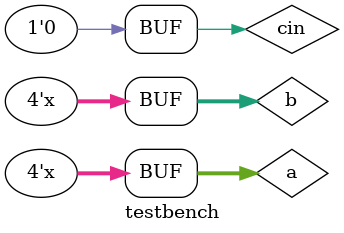
<source format=v>
`timescale 1ns/1ns
module testbench;

	//Declare the a and b arrays to be used in the operation
	reg [3:0] a,b;
	//Initial transferred C0 value
	reg cin;

	
	//You can see the sum value that has been added.
	wire [3:0] sum;

	//C4 value to be passed to the next bit from the addition.
	wire cout;

	//Execute 4-bit parallel adder module.
	AdderCLA carry_lookahead (a,b,cin,sum,cout);

	initial begin

	//The initial value of A and B was declared as 0 implemented in 4 bits.
	a=4'b0000;
	b=4'b0000;

	cin=1'b0;

	end

	/*It is implemented so that the values of a and b
	 increase by 1 every time a certain period of time passes.*/
	always #50 b=b+1'b1;
	always #100 a=a+1'b1;
	

endmodule
</source>
